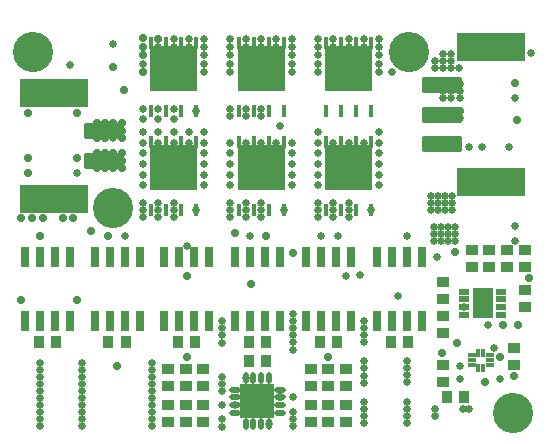
<source format=gbr>
%TF.GenerationSoftware,Altium Limited,Altium Designer,21.4.1 (30)*%
G04 Layer_Color=8388736*
%FSLAX26Y26*%
%MOIN*%
%TF.SameCoordinates,1A054405-282A-4FF3-8963-BB1B344CA64D*%
%TF.FilePolarity,Negative*%
%TF.FileFunction,Soldermask,Top*%
%TF.Part,Single*%
G01*
G75*
%TA.AperFunction,SMDPad,CuDef*%
%ADD14R,0.018000X0.042000*%
%ADD48R,0.033591X0.043433*%
%ADD54R,0.043433X0.033591*%
%TA.AperFunction,ViaPad*%
%ADD59C,0.133984*%
%ADD60C,0.025716*%
%ADD61C,0.027685*%
%TA.AperFunction,SMDPad,CuDef*%
%ADD62R,0.031622X0.069024*%
%ADD63O,0.039496X0.019811*%
%ADD64O,0.019811X0.039496*%
%ADD65R,0.112331X0.112331*%
%ADD66R,0.033591X0.021779*%
%ADD67R,0.069024X0.102488*%
G04:AMPARAMS|DCode=68|XSize=94.614mil|YSize=228.472mil|CornerRadius=8.331mil|HoleSize=0mil|Usage=FLASHONLY|Rotation=90.000|XOffset=0mil|YOffset=0mil|HoleType=Round|Shape=RoundedRectangle|*
%AMROUNDEDRECTD68*
21,1,0.094614,0.211811,0,0,90.0*
21,1,0.077953,0.228472,0,0,90.0*
1,1,0.016661,0.105906,0.038976*
1,1,0.016661,0.105906,-0.038976*
1,1,0.016661,-0.105906,-0.038976*
1,1,0.016661,-0.105906,0.038976*
%
%ADD68ROUNDEDRECTD68*%
G04:AMPARAMS|DCode=69|XSize=55.244mil|YSize=133.984mil|CornerRadius=6.362mil|HoleSize=0mil|Usage=FLASHONLY|Rotation=90.000|XOffset=0mil|YOffset=0mil|HoleType=Round|Shape=RoundedRectangle|*
%AMROUNDEDRECTD69*
21,1,0.055244,0.121260,0,0,90.0*
21,1,0.042520,0.133984,0,0,90.0*
1,1,0.012724,0.060630,0.021260*
1,1,0.012724,0.060630,-0.021260*
1,1,0.012724,-0.060630,-0.021260*
1,1,0.012724,-0.060630,0.021260*
%
%ADD69ROUNDEDRECTD69*%
%ADD70R,0.015874X0.027685*%
%ADD71R,0.027685X0.015874*%
G36*
X924457Y1162662D02*
X768457D01*
Y1311662D01*
X924457D01*
Y1162662D01*
D02*
G37*
G36*
X1215795Y1162661D02*
X1059795D01*
Y1311661D01*
X1215795D01*
Y1162661D01*
D02*
G37*
G36*
X633118D02*
X477118D01*
Y1311661D01*
X633118D01*
Y1162661D01*
D02*
G37*
G36*
X924457Y831953D02*
X768457D01*
Y980953D01*
X924457D01*
Y831953D01*
D02*
G37*
G36*
X1215795Y831953D02*
X1059795D01*
Y980953D01*
X1215795D01*
Y831953D01*
D02*
G37*
G36*
X633118D02*
X477118D01*
Y980953D01*
X633118D01*
Y831953D01*
D02*
G37*
D14*
X630118Y763953D02*
D03*
X480118D02*
D03*
X530118D02*
D03*
X580118D02*
D03*
Y991953D02*
D03*
X480118D02*
D03*
X530118D02*
D03*
X630118D02*
D03*
X1162796Y1322661D02*
D03*
X1112796D02*
D03*
X1212796D02*
D03*
X1062796D02*
D03*
X821456D02*
D03*
X771456D02*
D03*
X871456D02*
D03*
X580118D02*
D03*
X630118D02*
D03*
X921456D02*
D03*
X530118D02*
D03*
X480118D02*
D03*
X1212796Y991953D02*
D03*
X1162796Y1094661D02*
D03*
X1112796Y991953D02*
D03*
Y1094661D02*
D03*
X1162796Y991953D02*
D03*
X1062796D02*
D03*
Y1094661D02*
D03*
X921456Y991953D02*
D03*
X871456Y1094661D02*
D03*
Y991953D02*
D03*
X821456D02*
D03*
Y1094661D02*
D03*
X771456D02*
D03*
Y991953D02*
D03*
X580118Y1094661D02*
D03*
X530118D02*
D03*
X480118D02*
D03*
X1162796Y763953D02*
D03*
X1112796D02*
D03*
X821456D02*
D03*
X1062796D02*
D03*
X871456D02*
D03*
X771456D02*
D03*
X921456D02*
D03*
X1212796D02*
D03*
Y1094661D02*
D03*
X921456D02*
D03*
X630118D02*
D03*
D48*
X806102Y259843D02*
D03*
X1522406Y139763D02*
D03*
X863190Y259843D02*
D03*
X1465320Y139763D02*
D03*
X1278544Y322835D02*
D03*
X1335630D02*
D03*
X1042322D02*
D03*
X1099410D02*
D03*
X569882D02*
D03*
X626968D02*
D03*
X806102D02*
D03*
X863190D02*
D03*
X105316D02*
D03*
X162402D02*
D03*
X337598D02*
D03*
X394686D02*
D03*
D54*
X1452757Y191930D02*
D03*
Y249016D02*
D03*
X1688976Y247046D02*
D03*
Y304132D02*
D03*
X1011812Y56104D02*
D03*
Y233269D02*
D03*
X653545Y233267D02*
D03*
X653544Y56101D02*
D03*
X1129922Y233269D02*
D03*
X1070865D02*
D03*
X1129922Y56104D02*
D03*
X1070866D02*
D03*
X594488Y233267D02*
D03*
X535434D02*
D03*
X594488Y56101D02*
D03*
X535434D02*
D03*
X1665581Y630906D02*
D03*
X1607511D02*
D03*
X1452983Y353625D02*
D03*
Y410711D02*
D03*
X594488Y113187D02*
D03*
X653544D02*
D03*
X1548455Y630906D02*
D03*
Y573818D02*
D03*
X1452983Y524607D02*
D03*
Y467519D02*
D03*
X594488Y176179D02*
D03*
X653545D02*
D03*
X1724635Y630906D02*
D03*
Y573818D02*
D03*
X1724637Y497048D02*
D03*
Y439960D02*
D03*
X1070865Y176181D02*
D03*
X1011812D02*
D03*
X1070866Y113190D02*
D03*
X1011812Y113190D02*
D03*
X535434Y113187D02*
D03*
X1607511Y573818D02*
D03*
X535434Y176179D02*
D03*
X1665581Y573818D02*
D03*
X1129922Y176181D02*
D03*
Y113190D02*
D03*
D59*
X1338582Y1291339D02*
D03*
X86614D02*
D03*
X354330Y771653D02*
D03*
X1685040Y86615D02*
D03*
D60*
X598425Y645669D02*
D03*
X1303150Y476378D02*
D03*
X1331692Y677165D02*
D03*
X1432295Y606299D02*
D03*
X909448Y1043307D02*
D03*
X1103348Y677167D02*
D03*
X1282086Y1224409D02*
D03*
X452756Y765921D02*
D03*
Y740331D02*
D03*
X757874Y114173D02*
D03*
X354330Y1318897D02*
D03*
X1692914Y661417D02*
D03*
X795276Y740331D02*
D03*
X1232284Y606299D02*
D03*
X1484252Y811024D02*
D03*
X1437008Y763779D02*
D03*
X1413386D02*
D03*
X1460630Y787750D02*
D03*
X1437008Y787402D02*
D03*
Y811024D02*
D03*
X1413386D02*
D03*
Y787402D02*
D03*
X1460630Y811371D02*
D03*
X1484252Y763779D02*
D03*
Y787402D02*
D03*
X1460630Y764128D02*
D03*
X1623114Y303149D02*
D03*
X1507874Y244094D02*
D03*
X872048Y51181D02*
D03*
X952756Y90551D02*
D03*
X1688976Y247046D02*
D03*
X1129922Y543307D02*
D03*
X1177165Y549213D02*
D03*
X629922Y763953D02*
D03*
X555118Y787575D02*
D03*
Y765921D02*
D03*
Y740331D02*
D03*
X503938Y763953D02*
D03*
Y787575D02*
D03*
X1522406Y139763D02*
D03*
X1465320D02*
D03*
X1643085Y200787D02*
D03*
X1507874D02*
D03*
X108858Y393701D02*
D03*
X341142D02*
D03*
X573426D02*
D03*
X1282086D02*
D03*
X208662Y1248031D02*
D03*
X232284Y887401D02*
D03*
X1452983Y410711D02*
D03*
X1602362Y379921D02*
D03*
X1523851Y440944D02*
D03*
X795276Y202755D02*
D03*
X806102Y259843D02*
D03*
X863190D02*
D03*
X1692914Y711221D02*
D03*
X1452983Y353625D02*
D03*
X1607511Y630906D02*
D03*
X1746203Y1287599D02*
D03*
X1692914Y1137599D02*
D03*
X1539370Y974409D02*
D03*
X1582678D02*
D03*
X1671260D02*
D03*
X1145670Y606299D02*
D03*
X996064D02*
D03*
X809646Y393701D02*
D03*
X1212796Y763953D02*
D03*
X921456D02*
D03*
X326772Y1027559D02*
D03*
X354330Y1003937D02*
D03*
X250492Y255905D02*
D03*
X717008Y393371D02*
D03*
X452756Y1251969D02*
D03*
X1188976Y101377D02*
D03*
Y124999D02*
D03*
X716536Y66929D02*
D03*
Y41337D02*
D03*
Y114173D02*
D03*
Y161417D02*
D03*
Y185039D02*
D03*
Y208661D02*
D03*
Y346457D02*
D03*
Y370079D02*
D03*
Y320867D02*
D03*
X1188976Y259843D02*
D03*
Y322835D02*
D03*
Y393701D02*
D03*
Y370079D02*
D03*
Y346457D02*
D03*
Y236221D02*
D03*
Y55119D02*
D03*
Y212599D02*
D03*
Y78741D02*
D03*
Y188977D02*
D03*
X250492Y90551D02*
D03*
Y66929D02*
D03*
Y114173D02*
D03*
Y43307D02*
D03*
Y137795D02*
D03*
Y208661D02*
D03*
Y232283D02*
D03*
Y185039D02*
D03*
Y161417D02*
D03*
X1240158Y1224409D02*
D03*
Y1279527D02*
D03*
Y1307087D02*
D03*
Y1334645D02*
D03*
Y1251969D02*
D03*
X795276D02*
D03*
X846456D02*
D03*
X897638D02*
D03*
X1137796Y1334645D02*
D03*
X1035434D02*
D03*
X1086614D02*
D03*
X1188976D02*
D03*
X606300D02*
D03*
X657480D02*
D03*
X555118D02*
D03*
X657480Y1279527D02*
D03*
Y1307087D02*
D03*
Y1224409D02*
D03*
Y1251969D02*
D03*
X1035434Y1279527D02*
D03*
Y1307087D02*
D03*
Y1224409D02*
D03*
Y1251969D02*
D03*
X744094Y1279527D02*
D03*
Y1307087D02*
D03*
Y1224409D02*
D03*
Y1251969D02*
D03*
X948820D02*
D03*
Y1224409D02*
D03*
Y1307087D02*
D03*
Y1279527D02*
D03*
X846456Y1334645D02*
D03*
X744094D02*
D03*
X795276D02*
D03*
X948820D02*
D03*
X897638D02*
D03*
Y1307087D02*
D03*
Y1279527D02*
D03*
X846456D02*
D03*
Y1307087D02*
D03*
X795276D02*
D03*
Y1279527D02*
D03*
X1137796Y1224409D02*
D03*
X1188976D02*
D03*
X1086614D02*
D03*
Y1251969D02*
D03*
X1137796D02*
D03*
X1188976D02*
D03*
X1086614Y1279527D02*
D03*
X1137796Y1307087D02*
D03*
Y1279527D02*
D03*
X1188976D02*
D03*
Y1307087D02*
D03*
X1086614D02*
D03*
X555118Y1224409D02*
D03*
X606300D02*
D03*
X503938D02*
D03*
Y1251969D02*
D03*
X555118D02*
D03*
X606300D02*
D03*
X503938Y1279527D02*
D03*
Y1307087D02*
D03*
X555118D02*
D03*
Y1279527D02*
D03*
X606300D02*
D03*
Y1307087D02*
D03*
X1240159Y952755D02*
D03*
Y917323D02*
D03*
Y846457D02*
D03*
Y881889D02*
D03*
Y1023621D02*
D03*
Y988189D02*
D03*
X1188977D02*
D03*
Y881889D02*
D03*
Y846457D02*
D03*
Y917323D02*
D03*
Y952755D02*
D03*
X1137797Y988189D02*
D03*
Y881889D02*
D03*
Y846457D02*
D03*
Y917323D02*
D03*
Y952755D02*
D03*
X1086615Y988189D02*
D03*
Y881889D02*
D03*
Y846457D02*
D03*
Y917323D02*
D03*
Y952755D02*
D03*
X1035435D02*
D03*
Y917323D02*
D03*
Y846457D02*
D03*
Y881889D02*
D03*
Y1023621D02*
D03*
Y988189D02*
D03*
X909448Y606299D02*
D03*
X897639Y988189D02*
D03*
X795277D02*
D03*
X846457D02*
D03*
X795276Y1102363D02*
D03*
X846456D02*
D03*
X1421260Y708661D02*
D03*
Y661417D02*
D03*
X1444882Y708661D02*
D03*
X1468504Y685039D02*
D03*
X1492126Y661417D02*
D03*
X1444882Y661417D02*
D03*
X1421260Y685039D02*
D03*
X1444882D02*
D03*
X1468504Y661417D02*
D03*
X1492126Y685039D02*
D03*
Y708661D02*
D03*
X1468504Y708661D02*
D03*
X744094Y1102363D02*
D03*
Y1078741D02*
D03*
X744095Y988189D02*
D03*
Y881889D02*
D03*
Y846457D02*
D03*
Y917323D02*
D03*
Y952755D02*
D03*
X795277D02*
D03*
Y917323D02*
D03*
Y846457D02*
D03*
Y881889D02*
D03*
X795276Y1078741D02*
D03*
X846457Y952755D02*
D03*
Y917323D02*
D03*
Y846457D02*
D03*
Y881889D02*
D03*
X846456Y1078741D02*
D03*
X897639Y952755D02*
D03*
Y917323D02*
D03*
Y846457D02*
D03*
Y881889D02*
D03*
X948819Y988189D02*
D03*
Y881889D02*
D03*
Y846457D02*
D03*
Y917323D02*
D03*
Y952755D02*
D03*
X1452756Y1185039D02*
D03*
X1480316Y1161417D02*
D03*
X1507874Y1185039D02*
D03*
Y1161417D02*
D03*
X1480316Y1185039D02*
D03*
X1452756Y1161417D02*
D03*
X1507874Y1137795D02*
D03*
X1480316D02*
D03*
X1452756D02*
D03*
X1507874Y1070865D02*
D03*
X1397638Y1094489D02*
D03*
X1425196Y1070865D02*
D03*
X1045866Y677167D02*
D03*
X809646D02*
D03*
X391142D02*
D03*
X629922Y1094489D02*
D03*
X759842Y606299D02*
D03*
X291142D02*
D03*
X441142D02*
D03*
X1425196Y1260391D02*
D03*
X1452564Y1236769D02*
D03*
X1480124D02*
D03*
X1507682D02*
D03*
X1425196D02*
D03*
X1480124Y1260391D02*
D03*
Y1284013D02*
D03*
X1452564D02*
D03*
Y1260391D02*
D03*
X657481Y952755D02*
D03*
Y917323D02*
D03*
Y846457D02*
D03*
Y881889D02*
D03*
Y1023621D02*
D03*
Y988189D02*
D03*
X606301D02*
D03*
Y1023621D02*
D03*
Y881889D02*
D03*
Y846457D02*
D03*
Y917323D02*
D03*
Y952755D02*
D03*
X555118Y1102363D02*
D03*
Y1066929D02*
D03*
X555119Y988189D02*
D03*
Y1023621D02*
D03*
Y881889D02*
D03*
Y846457D02*
D03*
Y917323D02*
D03*
Y952755D02*
D03*
X503938Y1102363D02*
D03*
Y1066929D02*
D03*
X503939Y988189D02*
D03*
Y1023621D02*
D03*
Y881889D02*
D03*
Y846457D02*
D03*
Y917323D02*
D03*
Y952755D02*
D03*
X452757D02*
D03*
Y917323D02*
D03*
Y846457D02*
D03*
Y881889D02*
D03*
Y1023621D02*
D03*
Y988189D02*
D03*
X452756Y1066929D02*
D03*
Y1102363D02*
D03*
X326772Y929133D02*
D03*
X484252Y43307D02*
D03*
X1539370Y102363D02*
D03*
X1425196Y78741D02*
D03*
X673228Y606299D02*
D03*
X744094Y787401D02*
D03*
X503938Y740331D02*
D03*
X1381890Y606299D02*
D03*
X1425196Y102363D02*
D03*
X1519682D02*
D03*
X1332086Y189963D02*
D03*
Y237207D02*
D03*
Y55119D02*
D03*
Y213585D02*
D03*
Y102363D02*
D03*
Y260829D02*
D03*
Y78741D02*
D03*
Y125985D02*
D03*
X952756Y322835D02*
D03*
Y346457D02*
D03*
Y417323D02*
D03*
Y393701D02*
D03*
Y370079D02*
D03*
Y299213D02*
D03*
X952754Y139763D02*
D03*
X952756Y43307D02*
D03*
Y66929D02*
D03*
X484252Y90551D02*
D03*
Y66929D02*
D03*
Y114173D02*
D03*
Y137795D02*
D03*
Y208661D02*
D03*
Y232283D02*
D03*
Y255905D02*
D03*
Y185039D02*
D03*
Y161417D02*
D03*
X109254D02*
D03*
Y185039D02*
D03*
Y255905D02*
D03*
Y232283D02*
D03*
Y208661D02*
D03*
Y137795D02*
D03*
Y43307D02*
D03*
Y114173D02*
D03*
Y66929D02*
D03*
Y90551D02*
D03*
X1035434Y787575D02*
D03*
Y765921D02*
D03*
Y740331D02*
D03*
X744094Y740157D02*
D03*
Y765747D02*
D03*
X452756Y787575D02*
D03*
X1137796Y765921D02*
D03*
X1086614Y787749D02*
D03*
Y740505D02*
D03*
X1137796Y787575D02*
D03*
Y740331D02*
D03*
X1086614Y764127D02*
D03*
X846456Y765747D02*
D03*
X795276Y787575D02*
D03*
X846456Y787401D02*
D03*
Y740157D02*
D03*
X795276Y763953D02*
D03*
X1045866Y393701D02*
D03*
D61*
X337598Y677167D02*
D03*
X952756Y621287D02*
D03*
X812008Y517990D02*
D03*
X863190Y677165D02*
D03*
X389764Y1165354D02*
D03*
X757874Y687008D02*
D03*
X279528Y692913D02*
D03*
X208858Y606299D02*
D03*
X1643085Y273623D02*
D03*
X855314Y105315D02*
D03*
X812008D02*
D03*
X855314Y148621D02*
D03*
X812008D02*
D03*
X909646Y139763D02*
D03*
X1500128Y320867D02*
D03*
X1448818Y288385D02*
D03*
X1591326Y190083D02*
D03*
X1724409Y440944D02*
D03*
X1688976Y212598D02*
D03*
X354330Y1240157D02*
D03*
X1652362Y379921D02*
D03*
X1739707Y536283D02*
D03*
X1493864Y624471D02*
D03*
X1702362Y379921D02*
D03*
X1700788Y1063977D02*
D03*
X1692914Y1187599D02*
D03*
X1070866Y273623D02*
D03*
Y237207D02*
D03*
Y58073D02*
D03*
X598284Y543307D02*
D03*
Y273623D02*
D03*
X366142Y244095D02*
D03*
X232284Y1087401D02*
D03*
Y464986D02*
D03*
X220472Y736221D02*
D03*
X185039D02*
D03*
X232284Y937401D02*
D03*
X118110Y736221D02*
D03*
X82677D02*
D03*
X47244D02*
D03*
X70866Y887401D02*
D03*
Y937401D02*
D03*
X47244Y464567D02*
D03*
X109254Y677167D02*
D03*
X522884Y606299D02*
D03*
X58858D02*
D03*
X70866Y1087401D02*
D03*
X381890Y1027559D02*
D03*
X299212D02*
D03*
Y1003937D02*
D03*
Y1055117D02*
D03*
X326772Y1003937D02*
D03*
X354330Y1027559D02*
D03*
X503938Y1334645D02*
D03*
X354330Y1055119D02*
D03*
X326772D02*
D03*
X381890D02*
D03*
Y1003937D02*
D03*
X452756Y1279527D02*
D03*
Y1224409D02*
D03*
Y1307087D02*
D03*
Y1338579D02*
D03*
X1397638Y1070865D02*
D03*
X1425196Y1094489D02*
D03*
X1452756Y1070865D02*
D03*
Y1094489D02*
D03*
X1480316D02*
D03*
Y1070865D02*
D03*
X1507874Y1094489D02*
D03*
X299212Y929133D02*
D03*
X381890Y952755D02*
D03*
X354330Y929133D02*
D03*
X299212Y952755D02*
D03*
Y905511D02*
D03*
X326772Y952755D02*
D03*
Y905511D02*
D03*
X354330Y952755D02*
D03*
Y905511D02*
D03*
X381890D02*
D03*
Y929133D02*
D03*
D62*
X909646Y606299D02*
D03*
X859646D02*
D03*
X809646D02*
D03*
X759646D02*
D03*
X909646Y393701D02*
D03*
X859646D02*
D03*
X809646D02*
D03*
X759646D02*
D03*
X995866D02*
D03*
X1095866D02*
D03*
X1145866D02*
D03*
X995866Y606299D02*
D03*
X1045866D02*
D03*
X1095866D02*
D03*
X1045866Y393701D02*
D03*
X1145866Y606299D02*
D03*
X1232086D02*
D03*
X523426D02*
D03*
X58858D02*
D03*
X441142D02*
D03*
X1282086Y393701D02*
D03*
X341142D02*
D03*
X573426D02*
D03*
X108858D02*
D03*
X673426Y606299D02*
D03*
X623426D02*
D03*
X573426D02*
D03*
X673426Y393701D02*
D03*
X623426D02*
D03*
X523426D02*
D03*
X1382086Y606299D02*
D03*
X1332086D02*
D03*
X1282086D02*
D03*
X1382086Y393701D02*
D03*
X1332086D02*
D03*
X1232086D02*
D03*
X208858Y606299D02*
D03*
X158858D02*
D03*
X108858D02*
D03*
X208858Y393701D02*
D03*
X158858D02*
D03*
X58858D02*
D03*
X391142Y606299D02*
D03*
X341142D02*
D03*
X291142D02*
D03*
X441142Y393701D02*
D03*
X391142D02*
D03*
X291142D02*
D03*
D63*
X909448Y88583D02*
D03*
Y114173D02*
D03*
Y165355D02*
D03*
X757874D02*
D03*
Y139763D02*
D03*
Y88583D02*
D03*
X909448Y139763D02*
D03*
X757874Y114173D02*
D03*
D64*
X872048Y202755D02*
D03*
X846456D02*
D03*
X820866D02*
D03*
X795276D02*
D03*
Y51181D02*
D03*
X820866D02*
D03*
X846456D02*
D03*
X872048D02*
D03*
D65*
X833662Y126969D02*
D03*
D66*
X1645897Y415354D02*
D03*
Y440944D02*
D03*
Y466536D02*
D03*
X1523851Y492126D02*
D03*
Y466536D02*
D03*
Y440944D02*
D03*
Y415354D02*
D03*
X1645897Y492126D02*
D03*
D67*
X1584873Y453740D02*
D03*
D68*
X157480Y1155511D02*
D03*
Y801181D02*
D03*
X1614174Y856299D02*
D03*
Y1309055D02*
D03*
D69*
X322834Y929133D02*
D03*
Y1027559D02*
D03*
X1448818Y1181103D02*
D03*
Y1082677D02*
D03*
Y984251D02*
D03*
D70*
X1570867Y239173D02*
D03*
X1586615D02*
D03*
Y288385D02*
D03*
X1570867D02*
D03*
D71*
X1609251Y248031D02*
D03*
Y263779D02*
D03*
Y279527D02*
D03*
X1548229D02*
D03*
Y263779D02*
D03*
Y248031D02*
D03*
%TF.MD5,2d66c0a8c6f0c0e5fba42a3f03a6eae3*%
M02*

</source>
